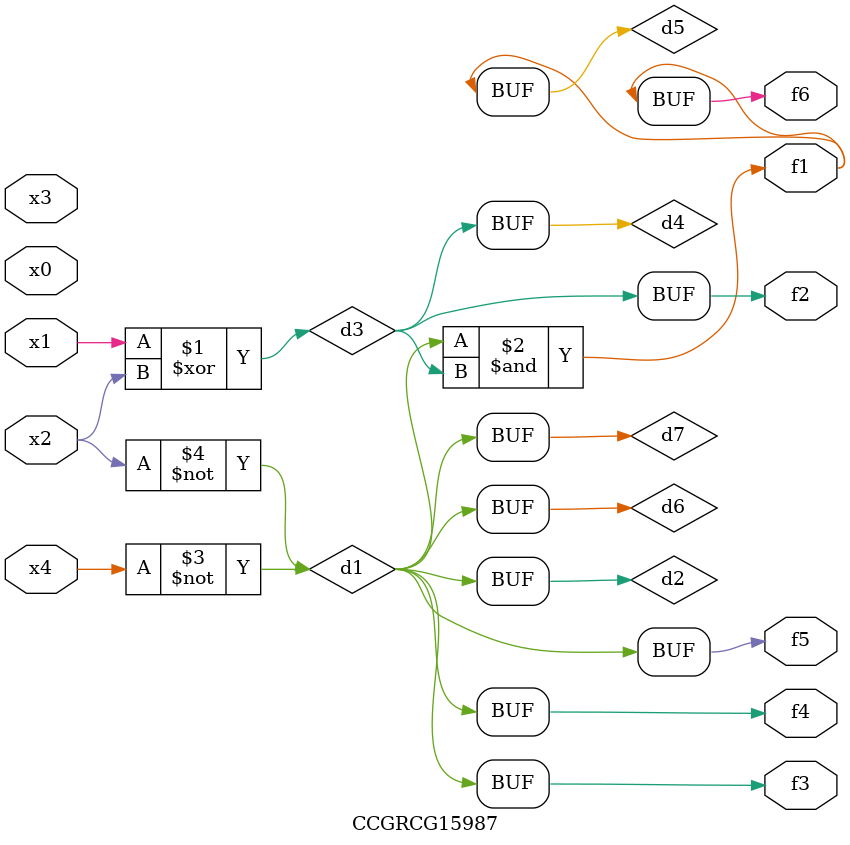
<source format=v>
module CCGRCG15987(
	input x0, x1, x2, x3, x4,
	output f1, f2, f3, f4, f5, f6
);

	wire d1, d2, d3, d4, d5, d6, d7;

	not (d1, x4);
	not (d2, x2);
	xor (d3, x1, x2);
	buf (d4, d3);
	and (d5, d1, d3);
	buf (d6, d1, d2);
	buf (d7, d2);
	assign f1 = d5;
	assign f2 = d4;
	assign f3 = d7;
	assign f4 = d7;
	assign f5 = d7;
	assign f6 = d5;
endmodule

</source>
